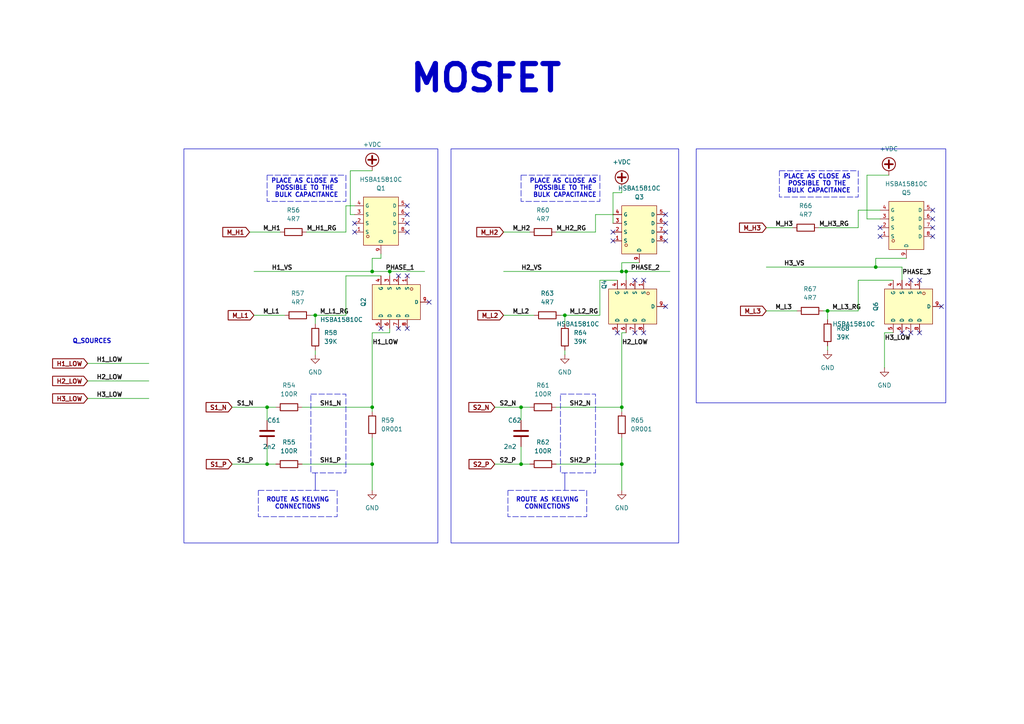
<source format=kicad_sch>
(kicad_sch (version 20231120) (generator "eeschema") (generator_version "8.0")
  (paper "A4")
  (lib_symbols
    (symbol "Device:C" (pin_numbers hide) (pin_names (offset 0.254))
      (property "Reference" "C" (at 0.635 2.54 0))
      (property "Value" "C" (at 0.635 -2.54 0))
      (symbol "C_0_1"
        (polyline (pts (xy -2.032 -0.762) (xy 2.032 -0.762)) (stroke (width 0.508)))
        (polyline (pts (xy -2.032 0.762) (xy 2.032 0.762)) (stroke (width 0.508)))
      )
      (symbol "C_1_1"
        (pin passive line (at 0 3.81 270) (length 2.794) (name "~") (number "1"))
        (pin passive line (at 0 -3.81 90) (length 2.794) (name "~") (number "2"))
      )
    )
    (symbol "Device:R" (pin_numbers hide) (pin_names (offset 0))
      (property "Reference" "R" (at 2.032 0 90))
      (property "Value" "R" (at 0 0 90))
      (symbol "R_0_1"
        (rectangle (start -1.016 -2.54) (end 1.016 2.54) (stroke (width 0.254)))
      )
      (symbol "R_1_1"
        (pin passive line (at 0 3.81 270) (length 1.27) (name "~") (number "1"))
        (pin passive line (at 0 -3.81 90) (length 1.27) (name "~") (number "2"))
      )
    )
    (symbol "HSBA15810C:HSBA15810C"
      (property "Reference" "Q" (at 0 1.27 0))
      (property "Value" "HSBA15810C" (at 0 -2.54 0))
      (symbol "HSBA15810C_0_1"
        (rectangle (start -5.08 5.08) (end 5.08 -8.89) (fill (type background)))
        (circle (center -3.81 2.54) (radius 0.381) (fill (type background)))
        (pin unspecified line (at -7.62 1.27 0) (length 2.54) (name "S") (number "1"))
        (pin unspecified line (at -7.62 -1.27 0) (length 2.54) (name "S") (number "2"))
        (pin unspecified line (at -7.62 -3.81 0) (length 2.54) (name "S") (number "3"))
        (pin unspecified line (at -7.62 -6.35 0) (length 2.54) (name "G") (number "4"))
        (pin unspecified line (at 7.62 -6.35 180) (length 2.54) (name "D") (number "5"))
        (pin unspecified line (at 7.62 -3.81 180) (length 2.54) (name "D") (number "6"))
        (pin unspecified line (at 7.62 -1.27 180) (length 2.54) (name "D") (number "7"))
        (pin unspecified line (at 7.62 1.27 180) (length 2.54) (name "D") (number "8"))
        (pin unspecified line (at 0 7.62 270) (length 2.54) (name "D") (number "9"))
      )
    )
    (symbol "power:+VDC" (power) (pin_numbers hide) (pin_names (offset 0) hide)
      (property "Value" "+VDC" (at 0 6.35 0))
      (symbol "+VDC_0_1"
        (polyline (pts (xy -1.143 3.175) (xy 1.143 3.175)) (stroke (width 0.508)))
        (polyline (pts (xy 0 0) (xy 0 1.27)))
        (polyline (pts (xy 0 2.032) (xy 0 4.318)) (stroke (width 0.508)))
        (circle (center 0 3.175) (radius 1.905) (stroke (width 0.254)))
      )
      (symbol "+VDC_1_1"
        (pin power_in line (at 0 0 90) (length 0) (name "~") (number "1"))
      )
    )
    (symbol "power:GND" (power) (pin_numbers hide) (pin_names (offset 0) hide)
      (property "Value" "GND" (at 0 -3.81 0))
      (symbol "GND_0_1"
        (polyline (pts (xy 0 0) (xy 0 -1.27) (xy 1.27 -1.27) (xy 0 -2.54) (xy -1.27 -1.27) (xy 0 -1.27)))
      )
      (symbol "GND_1_1"
        (pin power_in line (at 0 0 270) (length 0) (name "~") (number "1"))
      )
    )
  )
  (junction (at 181.61 78.74))
  (junction (at 151.13 118.11))
  (junction (at 77.47 134.62))
  (junction (at 151.13 134.62))
  (junction (at 91.44 91.44))
  (junction (at 113.03 78.74))
  (junction (at 107.95 78.74))
  (junction (at 77.47 118.11))
  (junction (at 254 77.47))
  (junction (at 107.95 134.62))
  (junction (at 163.83 91.44))
  (junction (at 240.03 90.17))
  (junction (at 180.34 134.62))
  (junction (at 107.95 118.11))
  (junction (at 180.34 78.74))
  (junction (at 180.34 118.11))
  (no_connect (at 118.11 95.25))
  (no_connect (at 261.62 96.52))
  (no_connect (at 266.7 81.28))
  (no_connect (at 184.15 81.28))
  (no_connect (at 118.11 80.01))
  (no_connect (at 255.27 68.58))
  (no_connect (at 115.57 95.25))
  (no_connect (at 270.51 60.96))
  (no_connect (at 193.04 64.77))
  (no_connect (at 102.87 67.31))
  (no_connect (at 193.04 69.85))
  (no_connect (at 264.16 96.52))
  (no_connect (at 270.51 68.58))
  (no_connect (at 266.7 96.52))
  (no_connect (at 118.11 64.77))
  (no_connect (at 124.46 87.63))
  (no_connect (at 270.51 63.5))
  (no_connect (at 102.87 64.77))
  (no_connect (at 177.8 67.31))
  (no_connect (at 184.15 96.52))
  (no_connect (at 115.57 80.01))
  (no_connect (at 255.27 66.04))
  (no_connect (at 177.8 69.85))
  (no_connect (at 273.05 88.9))
  (no_connect (at 193.04 62.23))
  (no_connect (at 118.11 62.23))
  (no_connect (at 110.49 95.25))
  (no_connect (at 186.69 81.28))
  (no_connect (at 179.07 96.52))
  (no_connect (at 118.11 59.69))
  (no_connect (at 186.69 96.52))
  (no_connect (at 270.51 66.04))
  (no_connect (at 264.16 81.28))
  (no_connect (at 193.04 88.9))
  (no_connect (at 118.11 67.31))
  (no_connect (at 193.04 67.31))
  (wire (pts (xy 91.44 101.6) (xy 91.44 102.87)))
  (wire (pts (xy 73.66 78.74) (xy 107.95 78.74)))
  (wire (pts (xy 180.34 134.62) (xy 180.34 142.24)))
  (wire (pts (xy 110.49 73.66) (xy 110.49 74.93)))
  (wire (pts (xy 100.33 80.01) (xy 100.33 91.44)))
  (wire (pts (xy 100.33 67.31) (xy 100.33 59.69)))
  (wire (pts (xy 107.95 127) (xy 107.95 134.62)))
  (wire (pts (xy 91.44 91.44) (xy 100.33 91.44)))
  (wire (pts (xy 255.27 60.96) (xy 248.92 60.96)))
  (wire (pts (xy 238.76 90.17) (xy 240.03 90.17)))
  (wire (pts (xy 180.34 55.88) (xy 180.34 54.61)))
  (wire (pts (xy 146.05 67.31) (xy 153.67 67.31)))
  (wire (pts (xy 180.34 118.11) (xy 180.34 119.38)))
  (wire (pts (xy 107.95 118.11) (xy 107.95 119.38)))
  (wire (pts (xy 107.95 96.52) (xy 107.95 118.11)))
  (wire (pts (xy 163.83 91.44) (xy 173.99 91.44)))
  (wire (pts (xy 222.25 77.47) (xy 254 77.47)))
  (wire (pts (xy 180.34 127) (xy 180.34 134.62)))
  (wire (pts (xy 143.51 134.62) (xy 151.13 134.62)))
  (wire (pts (xy 72.39 67.31) (xy 81.28 67.31)))
  (wire (pts (xy 77.47 134.62) (xy 80.01 134.62)))
  (polyline (pts (xy 163.83 137.16) (xy 163.83 142.24)))
  (wire (pts (xy 151.13 118.11) (xy 153.67 118.11)))
  (wire (pts (xy 67.31 118.11) (xy 77.47 118.11)))
  (wire (pts (xy 177.8 55.88) (xy 177.8 64.77)))
  (wire (pts (xy 185.42 76.2) (xy 180.34 76.2)))
  (polyline (pts (xy 91.44 137.16) (xy 91.44 142.24)))
  (wire (pts (xy 180.34 78.74) (xy 181.61 78.74)))
  (wire (pts (xy 256.54 96.52) (xy 256.54 106.68)))
  (wire (pts (xy 180.34 76.2) (xy 180.34 78.74)))
  (wire (pts (xy 163.83 91.44) (xy 163.83 93.98)))
  (wire (pts (xy 251.46 50.8) (xy 251.46 63.5)))
  (wire (pts (xy 88.9 67.31) (xy 100.33 67.31)))
  (wire (pts (xy 222.25 90.17) (xy 231.14 90.17)))
  (wire (pts (xy 254 77.47) (xy 261.62 77.47)))
  (wire (pts (xy 240.03 100.33) (xy 240.03 101.6)))
  (wire (pts (xy 25.4 110.49) (xy 43.18 110.49)))
  (wire (pts (xy 177.8 62.23) (xy 172.72 62.23)))
  (wire (pts (xy 151.13 129.54) (xy 151.13 134.62)))
  (wire (pts (xy 248.92 60.96) (xy 248.92 66.04)))
  (wire (pts (xy 25.4 105.41) (xy 43.18 105.41)))
  (wire (pts (xy 151.13 118.11) (xy 151.13 121.92)))
  (wire (pts (xy 107.95 74.93) (xy 107.95 78.74)))
  (wire (pts (xy 259.08 81.28) (xy 248.92 81.28)))
  (wire (pts (xy 179.07 81.28) (xy 173.99 81.28)))
  (wire (pts (xy 259.08 96.52) (xy 256.54 96.52)))
  (wire (pts (xy 177.8 55.88) (xy 180.34 55.88)))
  (wire (pts (xy 254 74.93) (xy 254 77.47)))
  (wire (pts (xy 113.03 95.25) (xy 113.03 96.52)))
  (wire (pts (xy 101.6 62.23) (xy 102.87 62.23)))
  (wire (pts (xy 151.13 134.62) (xy 153.67 134.62)))
  (wire (pts (xy 113.03 78.74) (xy 123.19 78.74)))
  (wire (pts (xy 146.05 91.44) (xy 154.94 91.44)))
  (wire (pts (xy 107.95 78.74) (xy 113.03 78.74)))
  (wire (pts (xy 113.03 78.74) (xy 113.03 80.01)))
  (wire (pts (xy 237.49 66.04) (xy 248.92 66.04)))
  (wire (pts (xy 251.46 63.5) (xy 255.27 63.5)))
  (wire (pts (xy 181.61 78.74) (xy 181.61 81.28)))
  (wire (pts (xy 163.83 101.6) (xy 163.83 102.87)))
  (wire (pts (xy 161.29 67.31) (xy 172.72 67.31)))
  (wire (pts (xy 77.47 118.11) (xy 80.01 118.11)))
  (wire (pts (xy 180.34 96.52) (xy 180.34 118.11)))
  (wire (pts (xy 180.34 96.52) (xy 181.61 96.52)))
  (wire (pts (xy 110.49 80.01) (xy 100.33 80.01)))
  (wire (pts (xy 77.47 118.11) (xy 77.47 121.92)))
  (wire (pts (xy 113.03 96.52) (xy 107.95 96.52)))
  (wire (pts (xy 222.25 66.04) (xy 229.87 66.04)))
  (wire (pts (xy 143.51 118.11) (xy 151.13 118.11)))
  (wire (pts (xy 77.47 129.54) (xy 77.47 134.62)))
  (wire (pts (xy 73.66 91.44) (xy 82.55 91.44)))
  (wire (pts (xy 91.44 91.44) (xy 91.44 93.98)))
  (wire (pts (xy 240.03 90.17) (xy 248.92 90.17)))
  (wire (pts (xy 161.29 118.11) (xy 180.34 118.11)))
  (wire (pts (xy 261.62 77.47) (xy 261.62 81.28)))
  (wire (pts (xy 101.6 49.53) (xy 101.6 62.23)))
  (wire (pts (xy 172.72 62.23) (xy 172.72 67.31)))
  (wire (pts (xy 107.95 49.53) (xy 101.6 49.53)))
  (wire (pts (xy 248.92 81.28) (xy 248.92 90.17)))
  (wire (pts (xy 100.33 59.69) (xy 102.87 59.69)))
  (wire (pts (xy 67.31 134.62) (xy 77.47 134.62)))
  (wire (pts (xy 90.17 91.44) (xy 91.44 91.44)))
  (wire (pts (xy 161.29 134.62) (xy 180.34 134.62)))
  (wire (pts (xy 87.63 134.62) (xy 107.95 134.62)))
  (wire (pts (xy 107.95 134.62) (xy 107.95 142.24)))
  (wire (pts (xy 240.03 90.17) (xy 240.03 92.71)))
  (wire (pts (xy 262.89 74.93) (xy 254 74.93)))
  (wire (pts (xy 173.99 81.28) (xy 173.99 91.44)))
  (wire (pts (xy 87.63 118.11) (xy 107.95 118.11)))
  (wire (pts (xy 110.49 74.93) (xy 107.95 74.93)))
  (wire (pts (xy 162.56 91.44) (xy 163.83 91.44)))
  (wire (pts (xy 25.4 115.57) (xy 43.18 115.57)))
  (wire (pts (xy 251.46 50.8) (xy 257.81 50.8)))
  (wire (pts (xy 146.05 78.74) (xy 180.34 78.74)))
  (wire (pts (xy 181.61 78.74) (xy 194.31 78.74)))
  (rectangle (start 151.13 50.8) (end 173.99 58.42) (stroke (width 0) (type dash)))
  (rectangle (start 90.17 114.3) (end 100.33 137.16) (stroke (width 0) (type dash)))
  (rectangle (start 162.56 114.3) (end 172.72 137.16) (stroke (width 0) (type dash)))
  (rectangle (start 226.06 49.53) (end 248.92 57.15) (stroke (width 0) (type dash)))
  (rectangle (start 53.34 43.18) (end 127 157.48))
  (rectangle (start 130.81 43.18) (end 196.85 157.48))
  (rectangle (start 201.93 43.18) (end 274.32 116.84))
  (rectangle (start 77.47 50.8) (end 100.33 58.42) (stroke (width 0) (type dash)))
  (rectangle (start 74.93 142.24) (end 97.79 149.86) (stroke (width 0) (type dash)))
  (rectangle (start 147.32 142.24) (end 170.18 149.86) (stroke (width 0) (type dash)))
  (text "PLACE AS CLOSE AS \nPOSSIBLE TO THE \nBULK CAPACITANCE" (at 163.83 54.61 0) (effects (font (size 1.27 1.27) (bold yes))))
  (text "ROUTE AS KELVING\nCONNECTIONS" (at 158.75 146.05 0) (effects (font (size 1.27 1.27) (bold yes))))
  (text "PLACE AS CLOSE AS \nPOSSIBLE TO THE \nBULK CAPACITANCE" (at 88.9 54.61 0) (effects (font (size 1.27 1.27) (bold yes))))
  (text "MOSFET" (at 140.97 22.86 0) (effects (font (size 7.62 7.62) (bold yes))))
  (text "PLACE AS CLOSE AS \nPOSSIBLE TO THE \nBULK CAPACITANCE" (at 237.49 53.34 0) (effects (font (size 1.27 1.27) (bold yes))))
  (text "ROUTE AS KELVING\nCONNECTIONS" (at 86.36 146.05 0) (effects (font (size 1.27 1.27) (bold yes))))
  (text "Q_SOURCES" (at 26.67 99.06 0) (effects (font (size 1.27 1.27) (bold yes))))
  (label "H2_VS" (at 151.13 78.74 0) (effects (font (bold yes))))
  (label "H1_VS" (at 78.74 78.74 0) (effects (font (bold yes))))
  (label "H1_LOW" (at 107.95 100.33 0) (effects (font (bold yes))))
  (label "H1_LOW" (at 27.94 105.41 0) (effects (font (bold yes))))
  (label "H3_LOW" (at 256.54 99.06 0) (effects (font (bold yes))))
  (label "M_H3" (at 224.79 66.04 0) (effects (font (bold yes))))
  (label "S2_N" (at 144.78 118.11 0) (effects (font (bold yes))))
  (label "M_H2" (at 148.59 67.31 0) (effects (font (bold yes))))
  (label "PHASE_1" (at 111.76 78.74 0) (effects (font (bold yes))))
  (label "M_L3_RG" (at 241.3 90.17 0) (effects (font (bold yes))))
  (label "PHASE_2" (at 182.88 78.74 0) (effects (font (bold yes))))
  (label "SH1_P" (at 92.71 134.62 0) (effects (font (bold yes))))
  (label "M_H1" (at 76.2 67.31 0) (effects (font (bold yes))))
  (label "H2_LOW" (at 27.94 110.49 0) (effects (font (bold yes))))
  (label "PHASE_3" (at 261.62 80.01 0) (effects (font (bold yes))))
  (label "S1_N" (at 68.58 118.11 0) (effects (font (bold yes))))
  (label "S2_P" (at 144.78 134.62 0) (effects (font (bold yes))))
  (label "H3_VS" (at 227.33 77.47 0) (effects (font (bold yes))))
  (label "M_L3" (at 224.79 90.17 0) (effects (font (bold yes))))
  (label "M_L1" (at 76.2 91.44 0) (effects (font (bold yes))))
  (label "M_L2" (at 148.59 91.44 0) (effects (font (bold yes))))
  (label "M_H3_RG" (at 237.49 66.04 0) (effects (font (bold yes))))
  (label "H3_LOW" (at 27.94 115.57 0) (effects (font (bold yes))))
  (label "M_H1_RG" (at 88.9 67.31 0) (effects (font (bold yes))))
  (label "M_H2_RG" (at 161.29 67.31 0) (effects (font (bold yes))))
  (label "SH2_N" (at 165.1 118.11 0) (effects (font (bold yes))))
  (label "S1_P" (at 68.58 134.62 0) (effects (font (bold yes))))
  (label "M_L1_RG" (at 92.71 91.44 0) (effects (font (bold yes))))
  (label "M_L2_RG" (at 165.1 91.44 0) (effects (font (bold yes))))
  (label "H2_LOW" (at 180.34 100.33 0) (effects (font (bold yes))))
  (label "SH2_P" (at 165.1 134.62 0) (effects (font (bold yes))))
  (label "SH1_N" (at 92.71 118.11 0) (effects (font (bold yes))))
  (global_label "S1_P" (shape input) (at 67.31 134.62 180) (effects (font (bold yes))) (property "Intersheetrefs" "${INTERSHEET_REFS}" (effects (hide yes))))
  (global_label "S2_N" (shape input) (at 143.51 118.11 180) (effects (font (bold yes))) (property "Intersheetrefs" "${INTERSHEET_REFS}" (effects (hide yes))))
  (global_label "H2_LOW" (shape input) (at 25.4 110.49 180) (effects (font (bold yes))) (property "Intersheetrefs" "${INTERSHEET_REFS}" (effects (hide yes))))
  (global_label "S1_N" (shape input) (at 67.31 118.11 180) (effects (font (bold yes))) (property "Intersheetrefs" "${INTERSHEET_REFS}" (effects (hide yes))))
  (global_label "M_L3" (shape input) (at 222.25 90.17 180) (effects (font (bold yes))) (property "Intersheetrefs" "${INTERSHEET_REFS}" (effects (hide yes))))
  (global_label "H1_LOW" (shape input) (at 25.4 105.41 180) (effects (font (bold yes))) (property "Intersheetrefs" "${INTERSHEET_REFS}" (effects (hide yes))))
  (global_label "H3_LOW" (shape input) (at 25.4 115.57 180) (effects (font (bold yes))) (property "Intersheetrefs" "${INTERSHEET_REFS}" (effects (hide yes))))
  (global_label "M_L2" (shape input) (at 146.05 91.44 180) (effects (font (bold yes))) (property "Intersheetrefs" "${INTERSHEET_REFS}" (effects (hide yes))))
  (global_label "M_H1" (shape input) (at 72.39 67.31 180) (effects (font (bold yes))) (property "Intersheetrefs" "${INTERSHEET_REFS}" (effects (hide yes))))
  (global_label "M_H2" (shape input) (at 146.05 67.31 180) (effects (font (bold yes))) (property "Intersheetrefs" "${INTERSHEET_REFS}" (effects (hide yes))))
  (global_label "S2_P" (shape input) (at 143.51 134.62 180) (effects (font (bold yes))) (property "Intersheetrefs" "${INTERSHEET_REFS}" (effects (hide yes))))
  (global_label "M_L1" (shape input) (at 73.66 91.44 180) (effects (font (bold yes))) (property "Intersheetrefs" "${INTERSHEET_REFS}" (effects (hide yes))))
  (global_label "M_H3" (shape input) (at 222.25 66.04 180) (effects (font (bold yes))) (property "Intersheetrefs" "${INTERSHEET_REFS}" (effects (hide yes))))
  (symbol (lib_id "Device:R") (at 83.82 134.62 90) (unit 1)
    (property "Reference" "R55" (at 83.82 128.27 90))
    (property "Value" "100R" (at 83.82 130.81 90))
    (property "Footprint" "Resistor_SMD:R_0805_2012Metric" (effects (hide yes)))
    (property "Description" "Resistor" (effects (hide yes)))
  )
  (symbol (lib_id "HSBA15810C:HSBA15810C") (at 116.84 87.63 270) (unit 1)
    (property "Reference" "Q2" (at 105.41 87.63 0))
    (property "Value" "HSBA15810C" (at 99.06 92.71 90))
    (property "Footprint" "footprint:PQFN-8_L6.0-W5.0-P1.27-LS6.0-BL" (effects (hide yes)))
    (property "Datasheet" "https://item.szlcsc.com/113566.html" (effects (hide yes)))
    (property "LCSC" "C845605" (effects (hide yes)))
  )
  (symbol (lib_id "Device:R") (at 180.34 123.19 180) (unit 1)
    (property "Reference" "R65" (at 182.88 121.9199 0) (effects (justify right)))
    (property "Value" "0R001" (at 182.88 124.4599 0) (effects (justify right)))
    (property "Footprint" "Resistor_SMD:R_0805_2012Metric" (effects (hide yes)))
    (property "Description" "Resistor" (effects (hide yes)))
  )
  (symbol (lib_id "Device:R") (at 86.36 91.44 90) (unit 1)
    (property "Reference" "R57" (at 86.36 85.09 90))
    (property "Value" "4R7" (at 86.36 87.63 90))
    (property "Footprint" "Resistor_SMD:R_0805_2012Metric" (effects (hide yes)))
    (property "Description" "Resistor" (effects (hide yes)))
  )
  (symbol (lib_id "power:+VDC") (at 107.95 49.53 0) (unit 1)
    (property "Reference" "#PWR097" (effects (hide yes)))
    (property "Value" "+VDC" (at 107.95 41.91 0))
    (property "Description" "Power symbol creates a global label with name \"+VDC\"" (effects (hide yes)))
  )
  (symbol (lib_id "Device:R") (at 83.82 118.11 90) (unit 1)
    (property "Reference" "R54" (at 83.82 111.76 90))
    (property "Value" "100R" (at 83.82 114.3 90))
    (property "Footprint" "Resistor_SMD:R_0805_2012Metric" (effects (hide yes)))
    (property "Description" "Resistor" (effects (hide yes)))
  )
  (symbol (lib_id "HSBA15810C:HSBA15810C") (at 185.42 88.9 270) (unit 1)
    (property "Reference" "Q4" (at 175.26 82.55 0))
    (property "Value" "HSBA15810C" (at 167.64 93.98 90))
    (property "Footprint" "footprint:PQFN-8_L6.0-W5.0-P1.27-LS6.0-BL" (effects (hide yes)))
    (property "Datasheet" "https://item.szlcsc.com/113566.html" (effects (hide yes)))
    (property "LCSC" "C845605" (effects (hide yes)))
  )
  (symbol (lib_id "Device:R") (at 233.68 66.04 90) (unit 1)
    (property "Reference" "R66" (at 233.68 59.69 90))
    (property "Value" "4R7" (at 233.68 62.23 90))
    (property "Footprint" "Resistor_SMD:R_0805_2012Metric" (effects (hide yes)))
    (property "Description" "Resistor" (effects (hide yes)))
  )
  (symbol (lib_id "Device:C") (at 77.47 125.73 0) (unit 1)
    (property "Reference" "C61" (at 77.47 121.92 0) (effects (justify left)))
    (property "Value" "2n2" (at 76.2 129.54 0) (effects (justify left)))
    (property "Footprint" "Capacitor_SMD:C_0603_1608Metric" (effects (hide yes)))
    (property "Description" "Unpolarized capacitor" (effects (hide yes)))
  )
  (symbol (lib_id "power:GND") (at 180.34 142.24 0) (unit 1)
    (property "Reference" "#PWR0102" (effects (hide yes)))
    (property "Value" "GND" (at 180.34 147.32 0))
    (property "Description" "Power symbol creates a global label with name \"GND\" , ground" (effects (hide yes)))
  )
  (symbol (lib_id "Device:R") (at 240.03 96.52 180) (unit 1)
    (property "Reference" "R68" (at 242.57 95.2499 0) (effects (justify right)))
    (property "Value" "39K" (at 242.57 97.7899 0) (effects (justify right)))
    (property "Footprint" "Resistor_SMD:R_0805_2012Metric" (effects (hide yes)))
    (property "Description" "Resistor" (effects (hide yes)))
  )
  (symbol (lib_id "power:+VDC") (at 257.81 50.8 0) (unit 1)
    (property "Reference" "#PWR0104" (effects (hide yes)))
    (property "Value" "+VDC" (at 257.81 43.18 0))
    (property "Description" "Power symbol creates a global label with name \"+VDC\"" (effects (hide yes)))
  )
  (symbol (lib_id "HSBA15810C:HSBA15810C") (at 262.89 67.31 0) (mirror x) (unit 1)
    (property "Reference" "Q5" (at 262.89 55.88 0))
    (property "Value" "HSBA15810C" (at 262.89 53.34 0))
    (property "Footprint" "footprint:PQFN-8_L6.0-W5.0-P1.27-LS6.0-BL" (effects (hide yes)))
    (property "Datasheet" "https://item.szlcsc.com/113566.html" (effects (hide yes)))
    (property "LCSC" "C845605" (effects (hide yes)))
  )
  (symbol (lib_id "HSBA15810C:HSBA15810C") (at 185.42 68.58 0) (mirror x) (unit 1)
    (property "Reference" "Q3" (at 185.42 57.15 0))
    (property "Value" "HSBA15810C" (at 185.42 54.61 0))
    (property "Footprint" "footprint:PQFN-8_L6.0-W5.0-P1.27-LS6.0-BL" (effects (hide yes)))
    (property "Datasheet" "https://item.szlcsc.com/113566.html" (effects (hide yes)))
    (property "LCSC" "C845605" (effects (hide yes)))
  )
  (symbol (lib_id "HSBA15810C:HSBA15810C") (at 265.43 88.9 270) (unit 1)
    (property "Reference" "Q6" (at 254 88.9 0))
    (property "Value" "HSBA15810C" (at 247.65 93.98 90))
    (property "Footprint" "footprint:PQFN-8_L6.0-W5.0-P1.27-LS6.0-BL" (effects (hide yes)))
    (property "Datasheet" "https://item.szlcsc.com/113566.html" (effects (hide yes)))
    (property "LCSC" "C845605" (effects (hide yes)))
  )
  (symbol (lib_id "power:GND") (at 240.03 101.6 0) (unit 1)
    (property "Reference" "#PWR0103" (effects (hide yes)))
    (property "Value" "GND" (at 240.03 106.68 0))
    (property "Description" "Power symbol creates a global label with name \"GND\" , ground" (effects (hide yes)))
  )
  (symbol (lib_id "power:GND") (at 256.54 106.68 0) (unit 1)
    (property "Reference" "#PWR0105" (effects (hide yes)))
    (property "Value" "GND" (at 256.54 111.76 0))
    (property "Description" "Power symbol creates a global label with name \"GND\" , ground" (effects (hide yes)))
  )
  (symbol (lib_id "power:+VDC") (at 180.34 54.61 0) (unit 1)
    (property "Reference" "#PWR0101" (effects (hide yes)))
    (property "Value" "+VDC" (at 180.34 46.99 0))
    (property "Description" "Power symbol creates a global label with name \"+VDC\"" (effects (hide yes)))
  )
  (symbol (lib_id "Device:C") (at 151.13 125.73 0) (unit 1)
    (property "Reference" "C62" (at 147.32 121.92 0) (effects (justify left)))
    (property "Value" "2n2" (at 146.05 129.54 0) (effects (justify left)))
    (property "Footprint" "Capacitor_SMD:C_0603_1608Metric" (effects (hide yes)))
    (property "Description" "Unpolarized capacitor" (effects (hide yes)))
  )
  (symbol (lib_id "power:GND") (at 163.83 102.87 0) (unit 1)
    (property "Reference" "#PWR0100" (effects (hide yes)))
    (property "Value" "GND" (at 163.83 107.95 0))
    (property "Description" "Power symbol creates a global label with name \"GND\" , ground" (effects (hide yes)))
  )
  (symbol (lib_id "Device:R") (at 91.44 97.79 180) (unit 1)
    (property "Reference" "R58" (at 93.98 96.5199 0) (effects (justify right)))
    (property "Value" "39K" (at 93.98 99.0599 0) (effects (justify right)))
    (property "Footprint" "Resistor_SMD:R_0805_2012Metric" (effects (hide yes)))
    (property "Description" "Resistor" (effects (hide yes)))
  )
  (symbol (lib_id "power:GND") (at 107.95 142.24 0) (unit 1)
    (property "Reference" "#PWR099" (effects (hide yes)))
    (property "Value" "GND" (at 107.95 147.32 0))
    (property "Description" "Power symbol creates a global label with name \"GND\" , ground" (effects (hide yes)))
  )
  (symbol (lib_id "Device:R") (at 107.95 123.19 180) (unit 1)
    (property "Reference" "R59" (at 110.49 121.9199 0) (effects (justify right)))
    (property "Value" "0R001" (at 110.49 124.4599 0) (effects (justify right)))
    (property "Footprint" "Resistor_SMD:R_0805_2012Metric" (effects (hide yes)))
    (property "Description" "Resistor" (effects (hide yes)))
  )
  (symbol (lib_id "Device:R") (at 85.09 67.31 90) (unit 1)
    (property "Reference" "R56" (at 85.09 60.96 90))
    (property "Value" "4R7" (at 85.09 63.5 90))
    (property "Footprint" "Resistor_SMD:R_0805_2012Metric" (effects (hide yes)))
    (property "Description" "Resistor" (effects (hide yes)))
  )
  (symbol (lib_id "Device:R") (at 157.48 67.31 90) (unit 1)
    (property "Reference" "R60" (at 157.48 60.96 90))
    (property "Value" "4R7" (at 157.48 63.5 90))
    (property "Footprint" "Resistor_SMD:R_0805_2012Metric" (effects (hide yes)))
    (property "Description" "Resistor" (effects (hide yes)))
  )
  (symbol (lib_id "power:GND") (at 91.44 102.87 0) (unit 1)
    (property "Reference" "#PWR098" (effects (hide yes)))
    (property "Value" "GND" (at 91.44 107.95 0))
    (property "Description" "Power symbol creates a global label with name \"GND\" , ground" (effects (hide yes)))
  )
  (symbol (lib_id "HSBA15810C:HSBA15810C") (at 110.49 66.04 0) (mirror x) (unit 1)
    (property "Reference" "Q1" (at 110.49 54.61 0))
    (property "Value" "HSBA15810C" (at 110.49 52.07 0))
    (property "Footprint" "footprint:PQFN-8_L6.0-W5.0-P1.27-LS6.0-BL" (effects (hide yes)))
    (property "Datasheet" "https://item.szlcsc.com/113566.html" (effects (hide yes)))
    (property "LCSC" "C845605" (effects (hide yes)))
  )
  (symbol (lib_id "Device:R") (at 157.48 134.62 90) (unit 1)
    (property "Reference" "R62" (at 157.48 128.27 90))
    (property "Value" "100R" (at 157.48 130.81 90))
    (property "Footprint" "Resistor_SMD:R_0805_2012Metric" (effects (hide yes)))
    (property "Description" "Resistor" (effects (hide yes)))
  )
  (symbol (lib_id "Device:R") (at 158.75 91.44 90) (unit 1)
    (property "Reference" "R63" (at 158.75 85.09 90))
    (property "Value" "4R7" (at 158.75 87.63 90))
    (property "Footprint" "Resistor_SMD:R_0805_2012Metric" (effects (hide yes)))
    (property "Description" "Resistor" (effects (hide yes)))
  )
  (symbol (lib_id "Device:R") (at 234.95 90.17 90) (unit 1)
    (property "Reference" "R67" (at 234.95 83.82 90))
    (property "Value" "4R7" (at 234.95 86.36 90))
    (property "Footprint" "Resistor_SMD:R_0805_2012Metric" (effects (hide yes)))
    (property "Description" "Resistor" (effects (hide yes)))
  )
  (symbol (lib_id "Device:R") (at 157.48 118.11 90) (unit 1)
    (property "Reference" "R61" (at 157.48 111.76 90))
    (property "Value" "100R" (at 157.48 114.3 90))
    (property "Footprint" "Resistor_SMD:R_0805_2012Metric" (effects (hide yes)))
    (property "Description" "Resistor" (effects (hide yes)))
  )
  (symbol (lib_id "Device:R") (at 163.83 97.79 180) (unit 1)
    (property "Reference" "R64" (at 166.37 96.5199 0) (effects (justify right)))
    (property "Value" "39K" (at 166.37 99.0599 0) (effects (justify right)))
    (property "Footprint" "Resistor_SMD:R_0805_2012Metric" (effects (hide yes)))
    (property "Description" "Resistor" (effects (hide yes)))
  )
)
</source>
